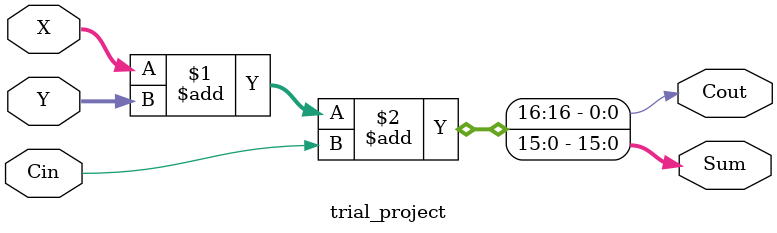
<source format=v>


module trial_project (Cin, X, Y, Sum, Cout);
parameter n = 16;
input Cin;
input [n-1:0] X, Y;
output [n-1:0] Sum;
output Cout;


assign {Cout, Sum} = X + Y + Cin;

endmodule
</source>
